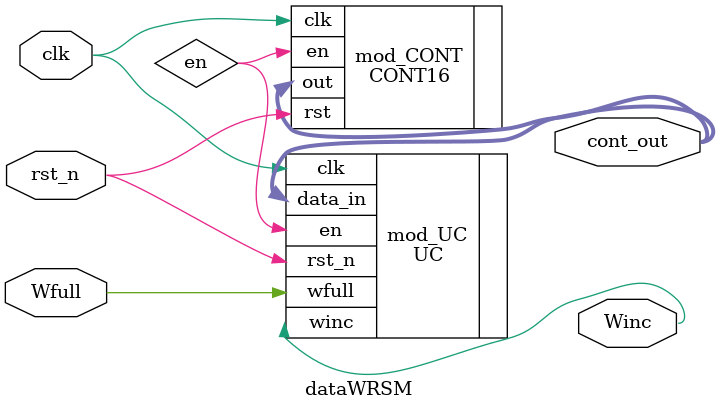
<source format=v>
module dataWRSM(clk, Wfull, rst_n, Winc, cont_out);
parameter WIDTH = 16;

input clk, Wfull, rst_n;
output Winc;
wire en;
output wire [WIDTH-1:0] cont_out;

UC mod_UC(.clk(clk), .rst_n(rst_n), .data_in(cont_out), .wfull(Wfull), .winc(Winc), .en(en));

CONT16 mod_CONT(.clk(clk), .en(en), .rst(rst_n), .out(cont_out));

endmodule

</source>
